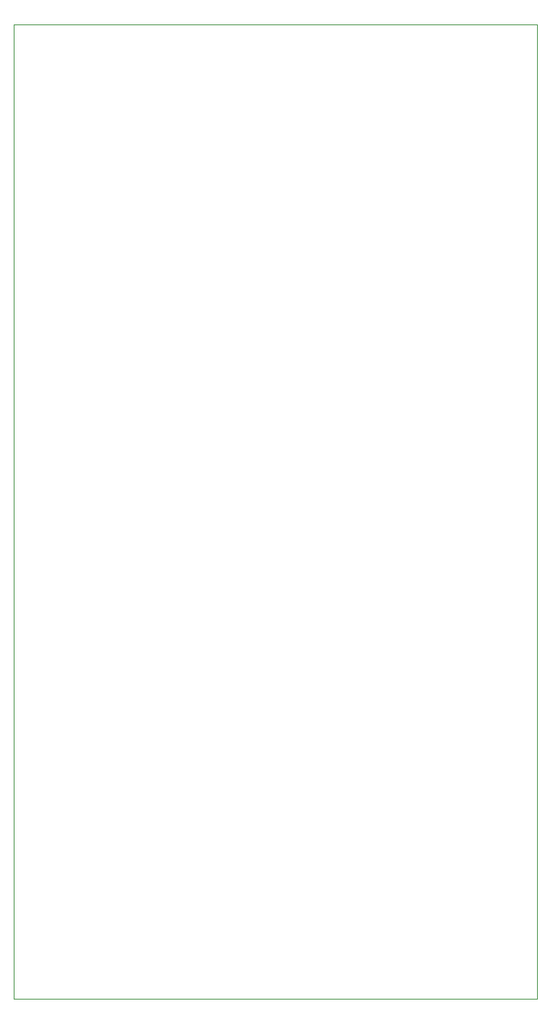
<source format=gm1>
G04 #@! TF.GenerationSoftware,KiCad,Pcbnew,7.0.8*
G04 #@! TF.CreationDate,2024-09-22T18:55:50-04:00*
G04 #@! TF.ProjectId,lichen-four-board,6c696368-656e-42d6-966f-75722d626f61,rev?*
G04 #@! TF.SameCoordinates,Original*
G04 #@! TF.FileFunction,Profile,NP*
%FSLAX46Y46*%
G04 Gerber Fmt 4.6, Leading zero omitted, Abs format (unit mm)*
G04 Created by KiCad (PCBNEW 7.0.8) date 2024-09-22 18:55:50*
%MOMM*%
%LPD*%
G01*
G04 APERTURE LIST*
G04 #@! TA.AperFunction,Profile*
%ADD10C,0.100000*%
G04 #@! TD*
G04 APERTURE END LIST*
D10*
X101270000Y-110250000D02*
X159330000Y-110250000D01*
X159330000Y-218250000D01*
X101270000Y-218250000D01*
X101270000Y-110250000D01*
M02*

</source>
